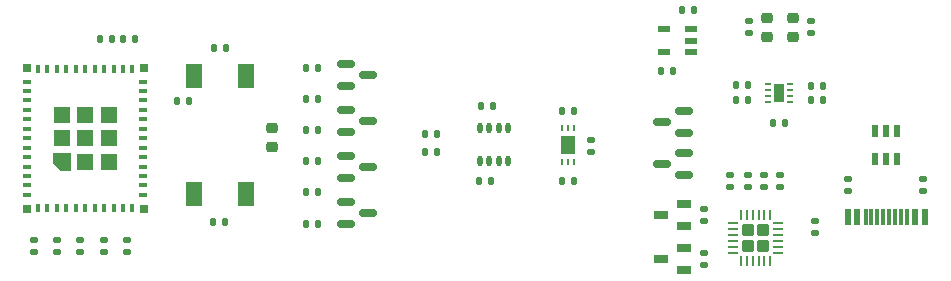
<source format=gbr>
%TF.GenerationSoftware,KiCad,Pcbnew,7.0.5-0*%
%TF.CreationDate,2024-04-12T00:02:12+02:00*%
%TF.ProjectId,MTR_C3_TempHum,4d54525f-4333-45f5-9465-6d7048756d2e,rev?*%
%TF.SameCoordinates,Original*%
%TF.FileFunction,Paste,Top*%
%TF.FilePolarity,Positive*%
%FSLAX46Y46*%
G04 Gerber Fmt 4.6, Leading zero omitted, Abs format (unit mm)*
G04 Created by KiCad (PCBNEW 7.0.5-0) date 2024-04-12 00:02:12*
%MOMM*%
%LPD*%
G01*
G04 APERTURE LIST*
G04 Aperture macros list*
%AMRoundRect*
0 Rectangle with rounded corners*
0 $1 Rounding radius*
0 $2 $3 $4 $5 $6 $7 $8 $9 X,Y pos of 4 corners*
0 Add a 4 corners polygon primitive as box body*
4,1,4,$2,$3,$4,$5,$6,$7,$8,$9,$2,$3,0*
0 Add four circle primitives for the rounded corners*
1,1,$1+$1,$2,$3*
1,1,$1+$1,$4,$5*
1,1,$1+$1,$6,$7*
1,1,$1+$1,$8,$9*
0 Add four rect primitives between the rounded corners*
20,1,$1+$1,$2,$3,$4,$5,0*
20,1,$1+$1,$4,$5,$6,$7,0*
20,1,$1+$1,$6,$7,$8,$9,0*
20,1,$1+$1,$8,$9,$2,$3,0*%
%AMOutline5P*
0 Free polygon, 5 corners , with rotation*
0 The origin of the aperture is its center*
0 number of corners: always 5*
0 $1 to $10 corner X, Y*
0 $11 Rotation angle, in degrees counterclockwise*
0 create outline with 5 corners*
4,1,5,$1,$2,$3,$4,$5,$6,$7,$8,$9,$10,$1,$2,$11*%
%AMOutline6P*
0 Free polygon, 6 corners , with rotation*
0 The origin of the aperture is its center*
0 number of corners: always 6*
0 $1 to $12 corner X, Y*
0 $13 Rotation angle, in degrees counterclockwise*
0 create outline with 6 corners*
4,1,6,$1,$2,$3,$4,$5,$6,$7,$8,$9,$10,$11,$12,$1,$2,$13*%
%AMOutline7P*
0 Free polygon, 7 corners , with rotation*
0 The origin of the aperture is its center*
0 number of corners: always 7*
0 $1 to $14 corner X, Y*
0 $15 Rotation angle, in degrees counterclockwise*
0 create outline with 7 corners*
4,1,7,$1,$2,$3,$4,$5,$6,$7,$8,$9,$10,$11,$12,$13,$14,$1,$2,$15*%
%AMOutline8P*
0 Free polygon, 8 corners , with rotation*
0 The origin of the aperture is its center*
0 number of corners: always 8*
0 $1 to $16 corner X, Y*
0 $17 Rotation angle, in degrees counterclockwise*
0 create outline with 8 corners*
4,1,8,$1,$2,$3,$4,$5,$6,$7,$8,$9,$10,$11,$12,$13,$14,$15,$16,$1,$2,$17*%
G04 Aperture macros list end*
%ADD10RoundRect,0.150000X0.587500X0.150000X-0.587500X0.150000X-0.587500X-0.150000X0.587500X-0.150000X0*%
%ADD11R,1.250000X0.700000*%
%ADD12RoundRect,0.135000X-0.135000X-0.185000X0.135000X-0.185000X0.135000X0.185000X-0.135000X0.185000X0*%
%ADD13RoundRect,0.135000X0.185000X-0.135000X0.185000X0.135000X-0.185000X0.135000X-0.185000X-0.135000X0*%
%ADD14O,0.450000X0.900000*%
%ADD15RoundRect,0.150000X-0.587500X-0.150000X0.587500X-0.150000X0.587500X0.150000X-0.587500X0.150000X0*%
%ADD16RoundRect,0.135000X-0.185000X0.135000X-0.185000X-0.135000X0.185000X-0.135000X0.185000X0.135000X0*%
%ADD17RoundRect,0.135000X0.135000X0.185000X-0.135000X0.185000X-0.135000X-0.185000X0.135000X-0.185000X0*%
%ADD18R,0.600000X1.450000*%
%ADD19R,0.300000X1.450000*%
%ADD20RoundRect,0.062500X0.062500X0.350000X-0.062500X0.350000X-0.062500X-0.350000X0.062500X-0.350000X0*%
%ADD21RoundRect,0.062500X0.350000X0.062500X-0.350000X0.062500X-0.350000X-0.062500X0.350000X-0.062500X0*%
%ADD22RoundRect,0.250000X0.275000X0.275000X-0.275000X0.275000X-0.275000X-0.275000X0.275000X-0.275000X0*%
%ADD23RoundRect,0.218750X-0.256250X0.218750X-0.256250X-0.218750X0.256250X-0.218750X0.256250X0.218750X0*%
%ADD24R,1.350000X2.000000*%
%ADD25R,1.050000X0.530000*%
%ADD26R,0.520000X0.250000*%
%ADD27R,0.900000X1.600000*%
%ADD28R,0.280000X0.510000*%
%ADD29R,1.200000X1.500000*%
%ADD30R,0.400000X0.800000*%
%ADD31R,0.800000X0.400000*%
%ADD32Outline5P,-0.725000X0.145000X-0.145000X0.725000X0.725000X0.725000X0.725000X-0.725000X-0.725000X-0.725000X90.000000*%
%ADD33R,1.450000X1.450000*%
%ADD34R,0.700000X0.700000*%
%ADD35R,0.530000X1.070000*%
G04 APERTURE END LIST*
D10*
%TO.C,Q2*%
X99595700Y-36880800D03*
X101470700Y-35930800D03*
X101470700Y-37830800D03*
%TD*%
D11*
%TO.C,Q9*%
X101524900Y-49402800D03*
X101524900Y-47502800D03*
X99524900Y-48452800D03*
%TD*%
D12*
%TO.C,C14*%
X84281600Y-35496500D03*
X85301600Y-35496500D03*
%TD*%
%TO.C,R20*%
X69467300Y-45467734D03*
X70487300Y-45467734D03*
%TD*%
D13*
%TO.C,R25*%
X103150500Y-48962800D03*
X103150500Y-47942800D03*
%TD*%
D12*
%TO.C,R10*%
X69467300Y-34901334D03*
X70487300Y-34901334D03*
%TD*%
D14*
%TO.C,U4*%
X84194800Y-37353300D03*
X84994800Y-37353300D03*
X85794800Y-37353300D03*
X86594800Y-37353300D03*
X86594800Y-40153300D03*
X85794800Y-40153300D03*
X84994800Y-40153300D03*
X84194800Y-40153300D03*
%TD*%
D12*
%TO.C,R11*%
X69467300Y-37542934D03*
X70487300Y-37542934D03*
%TD*%
D15*
%TO.C,Q5*%
X72874900Y-31934534D03*
X72874900Y-33834534D03*
X74749900Y-32884534D03*
%TD*%
D12*
%TO.C,R15*%
X79601600Y-39370000D03*
X80621600Y-39370000D03*
%TD*%
D16*
%TO.C,R24*%
X105350900Y-41338800D03*
X105350900Y-42358800D03*
%TD*%
D17*
%TO.C,C2*%
X106944700Y-35022000D03*
X105924700Y-35022000D03*
%TD*%
D13*
%TO.C,R7*%
X106984800Y-29344400D03*
X106984800Y-28324400D03*
%TD*%
D12*
%TO.C,R12*%
X69467300Y-32259734D03*
X70487300Y-32259734D03*
%TD*%
D17*
%TO.C,C9*%
X62638400Y-45356925D03*
X61618400Y-45356925D03*
%TD*%
D12*
%TO.C,C12*%
X53996400Y-29819600D03*
X55016400Y-29819600D03*
%TD*%
D16*
%TO.C,R8*%
X112623600Y-45260800D03*
X112623600Y-46280800D03*
%TD*%
D12*
%TO.C,R5*%
X112225900Y-33802800D03*
X113245900Y-33802800D03*
%TD*%
D18*
%TO.C,J1*%
X115368000Y-44882500D03*
X116168000Y-44882500D03*
D19*
X117368000Y-44882500D03*
X118368000Y-44882500D03*
X118868000Y-44882500D03*
X119868000Y-44882500D03*
D18*
X121068000Y-44882500D03*
X121868000Y-44882500D03*
X121868000Y-44882500D03*
X121068000Y-44882500D03*
D19*
X120368000Y-44882500D03*
X119368000Y-44882500D03*
X117868000Y-44882500D03*
X116868000Y-44882500D03*
D18*
X116168000Y-44882500D03*
X115368000Y-44882500D03*
%TD*%
D12*
%TO.C,C3*%
X101324600Y-27400400D03*
X102344600Y-27400400D03*
%TD*%
D13*
%TO.C,R18*%
X50393600Y-47906400D03*
X50393600Y-46886400D03*
%TD*%
D12*
%TO.C,R22*%
X69467300Y-42826134D03*
X70487300Y-42826134D03*
%TD*%
D16*
%TO.C,R13*%
X93624400Y-38356100D03*
X93624400Y-39376100D03*
%TD*%
D13*
%TO.C,R17*%
X52355700Y-47906400D03*
X52355700Y-46886400D03*
%TD*%
D12*
%TO.C,R21*%
X69467300Y-40184534D03*
X70487300Y-40184534D03*
%TD*%
D17*
%TO.C,R16*%
X92204000Y-41863300D03*
X91184000Y-41863300D03*
%TD*%
%TO.C,R3*%
X113245900Y-35022000D03*
X112225900Y-35022000D03*
%TD*%
D20*
%TO.C,U1*%
X108804000Y-48612300D03*
X108304000Y-48612300D03*
X107804000Y-48612300D03*
X107304000Y-48612300D03*
X106804000Y-48612300D03*
X106304000Y-48612300D03*
D21*
X105616500Y-47924800D03*
X105616500Y-47424800D03*
X105616500Y-46924800D03*
X105616500Y-46424800D03*
X105616500Y-45924800D03*
X105616500Y-45424800D03*
D20*
X106304000Y-44737300D03*
X106804000Y-44737300D03*
X107304000Y-44737300D03*
X107804000Y-44737300D03*
X108304000Y-44737300D03*
X108804000Y-44737300D03*
D21*
X109491500Y-45424800D03*
X109491500Y-45924800D03*
X109491500Y-46424800D03*
X109491500Y-46924800D03*
X109491500Y-47424800D03*
X109491500Y-47924800D03*
D22*
X106904000Y-46024800D03*
X106904000Y-47324800D03*
X108204000Y-46024800D03*
X108204000Y-47324800D03*
%TD*%
D17*
%TO.C,R4*%
X106944700Y-33752000D03*
X105924700Y-33752000D03*
%TD*%
D13*
%TO.C,R26*%
X103150500Y-45254400D03*
X103150500Y-44234400D03*
%TD*%
D23*
%TO.C,D4*%
X66598800Y-37363300D03*
X66598800Y-38938300D03*
%TD*%
D12*
%TO.C,R14*%
X79601600Y-37896800D03*
X80621600Y-37896800D03*
%TD*%
D17*
%TO.C,C10*%
X62689200Y-30624925D03*
X61669200Y-30624925D03*
%TD*%
D13*
%TO.C,R6*%
X112268000Y-29344400D03*
X112268000Y-28324400D03*
%TD*%
%TO.C,C15*%
X109618100Y-42358800D03*
X109618100Y-41338800D03*
%TD*%
D17*
%TO.C,C4*%
X100526400Y-32531200D03*
X99506400Y-32531200D03*
%TD*%
D15*
%TO.C,Q7*%
X72874900Y-43618534D03*
X72874900Y-45518534D03*
X74749900Y-44568534D03*
%TD*%
D11*
%TO.C,Q8*%
X101524900Y-45694400D03*
X101524900Y-43794400D03*
X99524900Y-44744400D03*
%TD*%
D23*
%TO.C,D3*%
X110693200Y-28066900D03*
X110693200Y-29641900D03*
%TD*%
D13*
%TO.C,C6*%
X48431500Y-47906400D03*
X48431500Y-46886400D03*
%TD*%
D15*
%TO.C,Q3*%
X72874900Y-39723866D03*
X72874900Y-41623866D03*
X74749900Y-40673866D03*
%TD*%
D24*
%TO.C,SW2*%
X64379200Y-32961725D03*
X59979200Y-32961725D03*
%TD*%
D17*
%TO.C,C5*%
X92204000Y-35919700D03*
X91184000Y-35919700D03*
%TD*%
D12*
%TO.C,C1*%
X109025500Y-36901600D03*
X110045500Y-36901600D03*
%TD*%
D13*
%TO.C,C7*%
X46469400Y-47906400D03*
X46469400Y-46886400D03*
%TD*%
D25*
%TO.C,IC5*%
X102089600Y-30922000D03*
X102089600Y-29972000D03*
X102089600Y-29022000D03*
X99789600Y-29022000D03*
X99789600Y-30922000D03*
%TD*%
D15*
%TO.C,Q6*%
X72874900Y-35829200D03*
X72874900Y-37729200D03*
X74749900Y-36779200D03*
%TD*%
D17*
%TO.C,C11*%
X53035200Y-29819600D03*
X52015200Y-29819600D03*
%TD*%
D10*
%TO.C,Q1*%
X101470700Y-41386800D03*
X101470700Y-39486800D03*
X99595700Y-40436800D03*
%TD*%
D26*
%TO.C,IC2*%
X110474800Y-35141600D03*
X110474800Y-34641600D03*
X110474800Y-34141600D03*
X110474800Y-33641600D03*
X108574800Y-33641600D03*
X108574800Y-34141600D03*
X108574800Y-34641600D03*
X108574800Y-35141600D03*
D27*
X109524800Y-34391600D03*
%TD*%
D13*
%TO.C,R1*%
X121716800Y-42724800D03*
X121716800Y-41704800D03*
%TD*%
D28*
%TO.C,U3*%
X91194000Y-40245300D03*
X91694000Y-40245300D03*
X92194000Y-40245300D03*
X92194000Y-37385300D03*
X91694000Y-37385300D03*
X91194000Y-37385300D03*
D29*
X91694000Y-38815300D03*
%TD*%
D16*
%TO.C,R9*%
X108246500Y-41338800D03*
X108246500Y-42358800D03*
%TD*%
D17*
%TO.C,C13*%
X85149200Y-41846500D03*
X84129200Y-41846500D03*
%TD*%
D30*
%TO.C,U2*%
X46800000Y-44134000D03*
X47600000Y-44134000D03*
X48400000Y-44134000D03*
X49200000Y-44134000D03*
X50000000Y-44134000D03*
X50800000Y-44134000D03*
X51600000Y-44134000D03*
X52400000Y-44134000D03*
X53200000Y-44134000D03*
X54000000Y-44134000D03*
X54800000Y-44134000D03*
D31*
X55700000Y-43034000D03*
X55700000Y-42234000D03*
X55700000Y-41434000D03*
X55700000Y-40634000D03*
X55700000Y-39834000D03*
X55700000Y-39034000D03*
X55700000Y-38234000D03*
X55700000Y-37434000D03*
X55700000Y-36634000D03*
X55700000Y-35834000D03*
X55700000Y-35034000D03*
X55700000Y-34234000D03*
X55700000Y-33434000D03*
D30*
X54800000Y-32334000D03*
X54000000Y-32334000D03*
X53200000Y-32334000D03*
X52400000Y-32334000D03*
X51600000Y-32334000D03*
X50800000Y-32334000D03*
X50000000Y-32334000D03*
X49200000Y-32334000D03*
X48400000Y-32334000D03*
X47600000Y-32334000D03*
X46800000Y-32334000D03*
D31*
X45900000Y-33434000D03*
X45900000Y-34234000D03*
X45900000Y-35034000D03*
X45900000Y-35834000D03*
X45900000Y-36634000D03*
X45900000Y-37434000D03*
X45900000Y-38234000D03*
X45900000Y-39034000D03*
X45900000Y-39834000D03*
X45900000Y-40634000D03*
X45900000Y-41434000D03*
X45900000Y-42234000D03*
X45900000Y-43034000D03*
D32*
X48818800Y-40215200D03*
D33*
X50800000Y-40214000D03*
X52780000Y-40214000D03*
X48830000Y-38234000D03*
X50800000Y-38234000D03*
X52780000Y-38234000D03*
X48830000Y-36264000D03*
X50800000Y-36264000D03*
X52780000Y-36264000D03*
D34*
X45850000Y-32284000D03*
X55750000Y-32284000D03*
X55750000Y-44184000D03*
X45850000Y-44184000D03*
%TD*%
D24*
%TO.C,SW1*%
X64379200Y-42969325D03*
X59979200Y-42969325D03*
%TD*%
D13*
%TO.C,R2*%
X115417600Y-42724800D03*
X115417600Y-41704800D03*
%TD*%
D35*
%TO.C,D1*%
X117668000Y-39961200D03*
X118618000Y-39961200D03*
X119568000Y-39961200D03*
X119568000Y-37661200D03*
X118618000Y-37661200D03*
X117668000Y-37661200D03*
%TD*%
D17*
%TO.C,R19*%
X59590400Y-35052000D03*
X58570400Y-35052000D03*
%TD*%
D16*
%TO.C,C8*%
X54317800Y-46886400D03*
X54317800Y-47906400D03*
%TD*%
D23*
%TO.C,D2*%
X108508800Y-28066900D03*
X108508800Y-29641900D03*
%TD*%
D13*
%TO.C,R23*%
X106874900Y-42358800D03*
X106874900Y-41338800D03*
%TD*%
M02*

</source>
